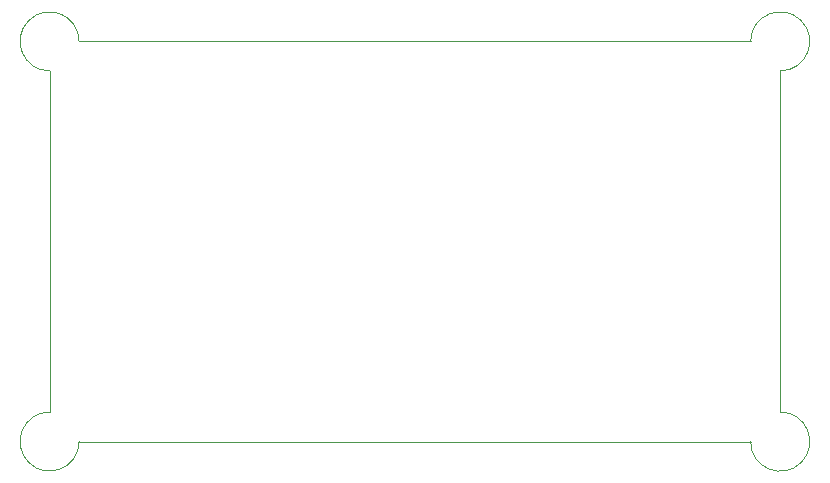
<source format=gm1>
%TF.GenerationSoftware,KiCad,Pcbnew,8.0.8*%
%TF.CreationDate,2025-09-08T13:39:14+03:00*%
%TF.ProjectId,MCU datalogger,4d435520-6461-4746-916c-6f676765722e,rev?*%
%TF.SameCoordinates,Original*%
%TF.FileFunction,Profile,NP*%
%FSLAX46Y46*%
G04 Gerber Fmt 4.6, Leading zero omitted, Abs format (unit mm)*
G04 Created by KiCad (PCBNEW 8.0.8) date 2025-09-08 13:39:14*
%MOMM*%
%LPD*%
G01*
G04 APERTURE LIST*
%TA.AperFunction,Profile*%
%ADD10C,0.050000*%
%TD*%
G04 APERTURE END LIST*
D10*
X80270000Y-119410000D02*
G75*
G02*
X82770000Y-116910000I0J2500000D01*
G01*
X142130000Y-148280000D02*
G75*
G02*
X139620000Y-150790000I0J-2510000D01*
G01*
X82770000Y-116910000D02*
X139630000Y-116910000D01*
X82770000Y-150790000D02*
G75*
G02*
X80270000Y-148290000I-2500000J0D01*
G01*
X142130000Y-119410000D02*
X142130000Y-148280000D01*
X139630000Y-116910000D02*
G75*
G02*
X142130000Y-119410000I2500000J0D01*
G01*
X139620000Y-150790000D02*
X82770000Y-150790000D01*
X80270000Y-148290000D02*
X80270000Y-119410000D01*
M02*

</source>
